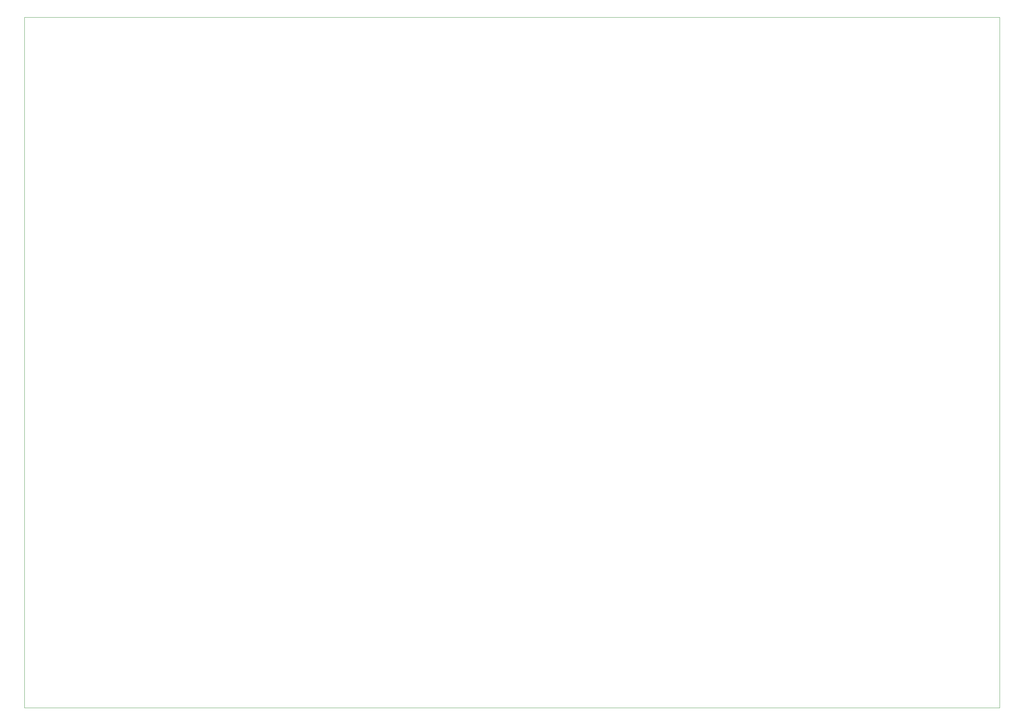
<source format=gbr>
G04 #@! TF.GenerationSoftware,KiCad,Pcbnew,(5.1.8)-1*
G04 #@! TF.CreationDate,2022-05-28T15:41:21-06:00*
G04 #@! TF.ProjectId,Multi,4d756c74-692e-46b6-9963-61645f706362,rev?*
G04 #@! TF.SameCoordinates,Original*
G04 #@! TF.FileFunction,Profile,NP*
%FSLAX46Y46*%
G04 Gerber Fmt 4.6, Leading zero omitted, Abs format (unit mm)*
G04 Created by KiCad (PCBNEW (5.1.8)-1) date 2022-05-28 15:41:21*
%MOMM*%
%LPD*%
G01*
G04 APERTURE LIST*
G04 #@! TA.AperFunction,Profile*
%ADD10C,0.050000*%
G04 #@! TD*
G04 APERTURE END LIST*
D10*
X-40894000Y-18542000D02*
X-101854000Y-18542000D01*
X-40894000Y-191262000D02*
X-101854000Y-191262000D01*
X-40894000Y-18542000D02*
X141986000Y-18542000D01*
X141986000Y-191262000D02*
X-40894000Y-191262000D01*
X141986000Y-18542000D02*
X141986000Y-191262000D01*
X-101854000Y-18542000D02*
X-101854000Y-191262000D01*
M02*

</source>
